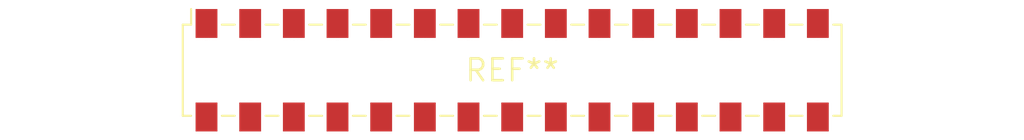
<source format=kicad_pcb>
(kicad_pcb (version 20240108) (generator pcbnew)
  (layers (0 "F.Cu" signal) (31 "B.Cu" signal) (34 "B.Paste" user) (35 "F.Paste" user) (36 "B.SilkS" user "B.Silkscreen") (37 "F.SilkS" user "F.Silkscreen") (38 "B.Mask" user) (39 "F.Mask" user) (44 "Edge.Cuts" user))
  (net 0 "")
  (footprint "Samtec_HLE-115-02-xxx-DV-BE_2x15_P2.54mm_Horizontal" (layer "F.Cu") (at 0 0)
    (property "Reference" "REF**")
    (property "Value" "Samtec_HLE-115-02-xxx-DV-BE_2x15_P2.54mm_Horizontal")
    (fp_line (start -19.16 -2.65) (end -19.16 2.65) (layer "F.SilkS") (stroke (width 0.12)))
    (fp_line (start -19.16 2.65) (end -18.675 2.65) (layer "F.SilkS") (stroke (width 0.12)))
    (fp_line (start -18.675 -3.56) (end -18.675 -2.65) (layer "F.SilkS") (stroke (width 0.12)))
    (fp_line (start -18.675 -2.65) (end -19.16 -2.65) (layer "F.SilkS") (stroke (width 0.12)))
    (fp_line (start -16.885 -2.65) (end -16.135 -2.65) (layer "F.SilkS") (stroke (width 0.12)))
    (fp_line (start -16.885 2.65) (end -16.135 2.65) (layer "F.SilkS") (stroke (width 0.12)))
    (fp_line (start -14.345 -2.65) (end -13.595 -2.65) (layer "F.SilkS") (stroke (width 0.12)))
    (fp_line (start -14.345 2.65) (end -13.595 2.65) (layer "F.SilkS") (stroke (width 0.12)))
    (fp_line (start -11.805 -2.65) (end -11.055 -2.65) (layer "F.SilkS") (stroke (width 0.12)))
    (fp_line (start -11.805 2.65) (end -11.055 2.65) (layer "F.SilkS") (stroke (width 0.12)))
    (fp_line (start -9.265 -2.65) (end -8.515 -2.65) (layer "F.SilkS") (stroke (width 0.12)))
    (fp_line (start -9.265 2.65) (end -8.515 2.65) (layer "F.SilkS") (stroke (width 0.12)))
    (fp_line (start -6.725 -2.65) (end -5.975 -2.65) (layer "F.SilkS") (stroke (width 0.12)))
    (fp_line (start -6.725 2.65) (end -5.975 2.65) (layer "F.SilkS") (stroke (width 0.12)))
    (fp_line (start -4.185 -2.65) (end -3.435 -2.65) (layer "F.SilkS") (stroke (width 0.12)))
    (fp_line (start -4.185 2.65) (end -3.435 2.65) (layer "F.SilkS") (stroke (width 0.12)))
    (fp_line (start -1.645 -2.65) (end -0.895 -2.65) (layer "F.SilkS") (stroke (width 0.12)))
    (fp_line (start -1.645 2.65) (end -0.895 2.65) (layer "F.SilkS") (stroke (width 0.12)))
    (fp_line (start 0.895 -2.65) (end 1.645 -2.65) (layer "F.SilkS") (stroke (width 0.12)))
    (fp_line (start 0.895 2.65) (end 1.645 2.65) (layer "F.SilkS") (stroke (width 0.12)))
    (fp_line (start 3.435 -2.65) (end 4.185 -2.65) (layer "F.SilkS") (stroke (width 0.12)))
    (fp_line (start 3.435 2.65) (end 4.185 2.65) (layer "F.SilkS") (stroke (width 0.12)))
    (fp_line (start 5.975 -2.65) (end 6.725 -2.65) (layer "F.SilkS") (stroke (width 0.12)))
    (fp_line (start 5.975 2.65) (end 6.725 2.65) (layer "F.SilkS") (stroke (width 0.12)))
    (fp_line (start 8.515 -2.65) (end 9.265 -2.65) (layer "F.SilkS") (stroke (width 0.12)))
    (fp_line (start 8.515 2.65) (end 9.265 2.65) (layer "F.SilkS") (stroke (width 0.12)))
    (fp_line (start 11.055 -2.65) (end 11.805 -2.65) (layer "F.SilkS") (stroke (width 0.12)))
    (fp_line (start 11.055 2.65) (end 11.805 2.65) (layer "F.SilkS") (stroke (width 0.12)))
    (fp_line (start 13.595 -2.65) (end 14.345 -2.65) (layer "F.SilkS") (stroke (width 0.12)))
    (fp_line (start 13.595 2.65) (end 14.345 2.65) (layer "F.SilkS") (stroke (width 0.12)))
    (fp_line (start 16.135 -2.65) (end 16.885 -2.65) (layer "F.SilkS") (stroke (width 0.12)))
    (fp_line (start 16.135 2.65) (end 16.885 2.65) (layer "F.SilkS") (stroke (width 0.12)))
    (fp_line (start 18.675 -2.65) (end 19.16 -2.65) (layer "F.SilkS") (stroke (width 0.12)))
    (fp_line (start 19.16 -2.65) (end 19.16 2.65) (layer "F.SilkS") (stroke (width 0.12)))
    (fp_line (start 19.16 2.65) (end 18.675 2.65) (layer "F.SilkS") (stroke (width 0.12)))
    (pad "" np_thru_hole circle (at -17.78 -1.27) (size 0.97 0.97) (drill 0.97) (layers *.Cu *.Mask))
    (pad "" np_thru_hole circle (at -17.78 1.27) (size 0.97 0.97) (drill 0.97) (layers *.Cu *.Mask))
    (pad "" np_thru_hole circle (at -15.24 -1.27) (size 0.97 0.97) (drill 0.97) (layers *.Cu *.Mask))
    (pad "" np_thru_hole circle (at -15.24 1.27) (size 0.97 0.97) (drill 0.97) (layers *.Cu *.Mask))
    (pad "" np_thru_hole circle (at -12.7 -1.27) (size 0.97 0.97) (drill 0.97) (layers *.Cu *.Mask))
    (pad "" np_thru_hole circle (at -12.7 1.27) (size 0.97 0.97) (drill 0.97) (layers *.Cu *.Mask))
    (pad "" np_thru_hole circle (at -10.16 -1.27) (size 0.97 0.97) (drill 0.97) (layers *.Cu *.Mask))
    (pad "" np_thru_hole circle (at -10.16 1.27) (size 0.97 0.97) (drill 0.97) (layers *.Cu *.Mask))
    (pad "" np_thru_hole circle (at -7.62 -1.27) (size 0.97 0.97) (drill 0.97) (layers *.Cu *.Mask))
    (pad "" np_thru_hole circle (at -7.62 1.27) (size 0.97 0.97) (drill 0.97) (layers *.Cu *.Mask))
    (pad "" np_thru_hole circle (at -5.08 -1.27) (size 0.97 0.97) (drill 0.97) (layers *.Cu *.Mask))
    (pad "" np_thru_hole circle (at -5.08 1.27) (size 0.97 0.97) (drill 0.97) (layers *.Cu *.Mask))
    (pad "" np_thru_hole circle (at -2.54 -1.27) (size 0.97 0.97) (drill 0.97) (layers *.Cu *.Mask))
    (pad "" np_thru_hole circle (at -2.54 1.27) (size 0.97 0.97) (drill 0.97) (layers *.Cu *.Mask))
    (pad "" np_thru_hole circle (at 0 -1.27) (size 0.97 0.97) (drill 0.97) (layers *.Cu *.Mask))
    (pad "" np_thru_hole circle (at 0 1.27) (size 0.97 0.97) (drill 0.97) (layers *.Cu *.Mask))
    (pad "" np_thru_hole circle (at 2.54 -1.27) (size 0.97 0.97) (drill 0.97) (layers *.Cu *.Mask))
    (pad "" np_thru_hole circle (at 2.54 1.27) (size 0.97 0.97) (drill 0.97) (layers *.Cu *.Mask))
    (pad "" np_thru_hole circle (at 5.08 -1.27) (size 0.97 0.97) (drill 0.97) (layers *.Cu *.Mask))
    (pad "" np_thru_hole circle (at 5.08 1.27) (size 0.97 0.97) (drill 0.97) (layers *.Cu *.Mask))
    (pad "" np_thru_hole circle (at 7.62 -1.27) (size 0.97 0.97) (drill 0.97) (layers *.Cu *.Mask))
    (pad "" np_thru_hole circle (at 7.62 1.27) (size 0.97 0.97) (drill 0.97) (layers *.Cu *.Mask))
    (pad "" np_thru_hole circle (at 10.16 -1.27) (size 0.97 0.97) (drill 0.97) (layers *.Cu *.Mask))
    (pad "" np_thru_hole circle (at 10.16 1.27) (size 0.97 0.97) (drill 0.97) (layers *.Cu *.Mask))
    (pad "" np_thru_hole circle (at 12.7 -1.27) (size 0.97 0.97) (drill 0.97) (layers *.Cu *.Mask))
    (pad "" np_thru_hole circle (at 12.7 1.27) (size 0.97 0.97) (drill 0.97) (layers *.Cu *.Mask))
    (pad "" np_thru_hole circle (at 15.24 -1.27) (size 0.97 0.97) (drill 0.97) (layers *.Cu *.Mask))
    (pad "" np_thru_hole circle (at 15.24 1.27) (size 0.97 0.97) (drill 0.97) (layers *.Cu *.Mask))
    (pad "" np_thru_hole circle (at 17.78 -1.27) (size 0.97 0.97) (drill 0.97) (layers *.Cu *.Mask))
    (pad "" np_thru_hole circle (at 17.78 1.27) (size 0.97 0.97) (drill 0.97) (layers *.Cu *.Mask))
    (pad "1" smd rect (at -17.78 -2.72) (size 1.27 1.68) (layers "F.Cu" "F.Paste" "F.Mask"))
    (pad "2" smd rect (at -17.78 2.72) (size 1.27 1.68) (layers "F.Cu" "F.Paste" "F.Mask"))
    (pad "3" smd rect (at -15.24 -2.72) (size 1.27 1.68) (layers "F.Cu" "F.Paste" "F.Mask"))
    (pad "4" smd rect (at -15.24 2.72) (size 1.27 1.68) (layers "F.Cu" "F.Paste" "F.Mask"))
    (pad "5" smd rect (at -12.7 -2.72) (size 1.27 1.68) (layers "F.Cu" "F.Paste" "F.Mask"))
    (pad "6" smd rect (at -12.7 2.72) (size 1.27 1.68) (layers "F.Cu" "F.Paste" "F.Mask"))
    (pad "7" smd rect (at -10.16 -2.72) (size 1.27 1.68) (layers "F.Cu" "F.Paste" "F.Mask"))
    (pad "8" smd rect (at -10.16 2.72) (size 1.27 1.68) (layers "F.Cu" "F.Paste" "F.Mask"))
    (pad "9" smd rect (at -7.62 -2.72) (size 1.27 1.68) (layers "F.Cu" "F.Paste" "F.Mask"))
    (pad "10" smd rect (at -7.62 2.72) (size 1.27 1.68) (layers "F.Cu" "F.Paste" "F.Mask"))
    (pad "11" smd rect (at -5.08 -2.72) (size 1.27 1.68) (layers "F.Cu" "F.Paste" "F.Mask"))
    (pad "12" smd rect (at -5.08 2.72) (size 1.27 1.68) (layers "F.Cu" "F.Paste" "F.Mask"))
    (pad "13" smd rect (at -2.54 -2.72) (size 1.27 1.68) (layers "F.Cu" "F.Paste" "F.Mask"))
    (pad "14" smd rect (at -2.54 2.72) (size 1.27 1.68) (layers "F.Cu" "F.Paste" "F.Mask"))
    (pad "15" smd rect (at 0 -2.72) (size 1.27 1.68) (layers "F.Cu" "F.Paste" "F.Mask"))
    (pad "16" smd rect (at 0 2.72) (size 1.27 1.68) (layers "F.Cu" "F.Paste" "F.Mask"))
    (pad "17" smd rect (at 2.54 -2.72) (size 1.27 1.68) (layers "F.Cu" "F.Paste" "F.Mask"))
    (pad "18" smd rect (at 2.54 2.72) (size 1.27 1.68) (layers "F.Cu" "F.Paste" "F.Mask"))
    (pad "19" smd rect (at 5.08 -2.72) (size 1.27 1.68) (layers "F.Cu" "F.Paste" "F.Mask"))
    (pad "20" smd rect (at 5.08 2.72) (size 1.27 1.68) (layers "F.Cu" "F.Paste" "F.Mask"))
    (pad "21" smd rect (at 7.62 -2.72) (size 1.27 1.68) (layers "F.Cu" "F.Paste" "F.Mask"))
    (pad "22" smd rect (at 7.62 2.72) (size 1.27 1.68) (layers "F.Cu" "F.Paste" "F.Mask"))
    (pad "23" smd rect (at 10.16 -2.72) (size 1.27 1.68) (layers "F.Cu" "F.Paste" "F.Mask"))
    (pad "24" smd rect (at 10.16 2.72) (size 1.27 1.68) (layers "F.Cu" "F.Paste" "F.Mask"))
    (pad "25" smd rect (at 12.7 -2.72) (size 1.27 1.68) (layers "F.Cu" "F.Paste" "F.Mask"))
    (pad "26" smd rect (at 12.7 2.72) (size 1.27 1.68) (layers "F.Cu" "F.Paste" "F.Mask"))
    (pad "27" smd rect (at 15.24 -2.72) (size 1.27 1.68) (layers "F.Cu" "F.Paste" "F.Mask"))
    (pad "28" smd rect (at 15.24 2.72) (size 1.27 1.68) (layers "F.Cu" "F.Paste" "F.Mask"))
    (pad "29" smd rect (at 17.78 -2.72) (size 1.27 1.68) (layers "F.Cu" "F.Paste" "F.Mask"))
    (pad "30" smd rect (at 17.78 2.72) (size 1.27 1.68) (layers "F.Cu" "F.Paste" "F.Mask"))
  )
)
</source>
